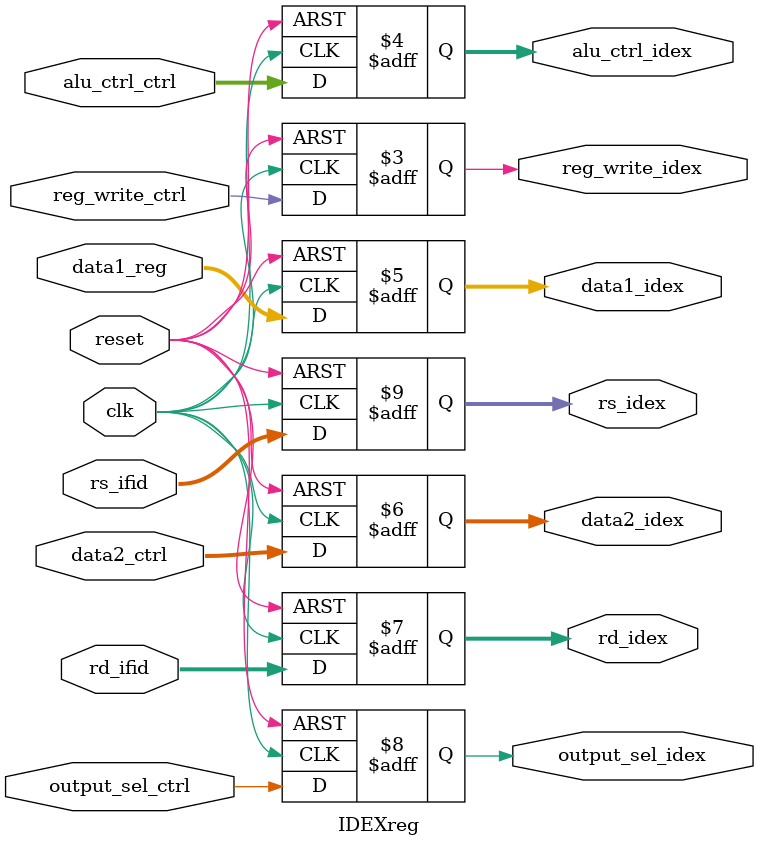
<source format=v>
`timescale 1ns / 1ps
module IDEXreg(
	input reg_write_ctrl,
	input [1:0] alu_ctrl_ctrl,
	input [7:0] data1_reg,
	input [7:0] data2_ctrl,
	input [2:0] rd_ifid,
	input output_sel_ctrl,
	input [2:0] rs_ifid,
	input clk,
	input reset,
	output reg reg_write_idex,
	output reg [1:0] alu_ctrl_idex,
	output reg [7:0] data1_idex,
	output reg [7:0] data2_idex,
	output reg [2:0] rd_idex,
	output reg output_sel_idex,
	output reg [2:0] rs_idex
    );
	 
	always@(posedge clk,negedge reset)
		begin
		if(reset == 0)
			begin
			reg_write_idex = 1'b0;
			alu_ctrl_idex = 2'b0;
			data1_idex = 8'b0;
			data2_idex = 8'b0; 
			rd_idex = 3'b0;
			output_sel_idex = 1'b0;
			rs_idex = 3'b0;
			end
		else begin
			reg_write_idex = reg_write_ctrl;
			alu_ctrl_idex = alu_ctrl_ctrl;
			data1_idex = data1_reg;
			data2_idex = data2_ctrl;
			rd_idex = rd_ifid;
			output_sel_idex = output_sel_ctrl;
			rs_idex = rs_ifid;
		end
		end
endmodule
			
</source>
